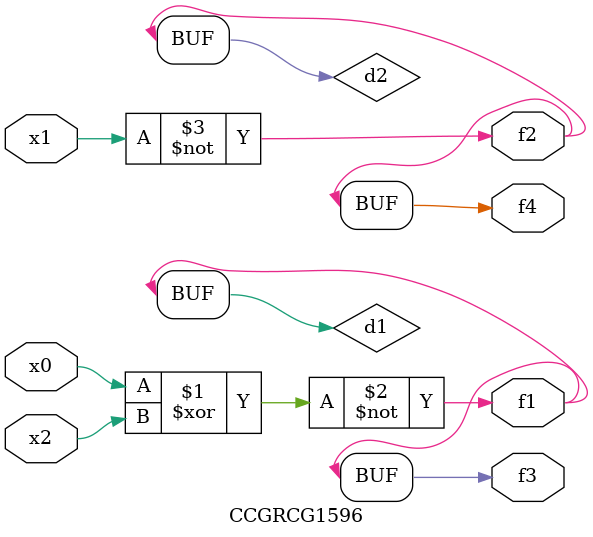
<source format=v>
module CCGRCG1596(
	input x0, x1, x2,
	output f1, f2, f3, f4
);

	wire d1, d2, d3;

	xnor (d1, x0, x2);
	nand (d2, x1);
	nor (d3, x1, x2);
	assign f1 = d1;
	assign f2 = d2;
	assign f3 = d1;
	assign f4 = d2;
endmodule

</source>
